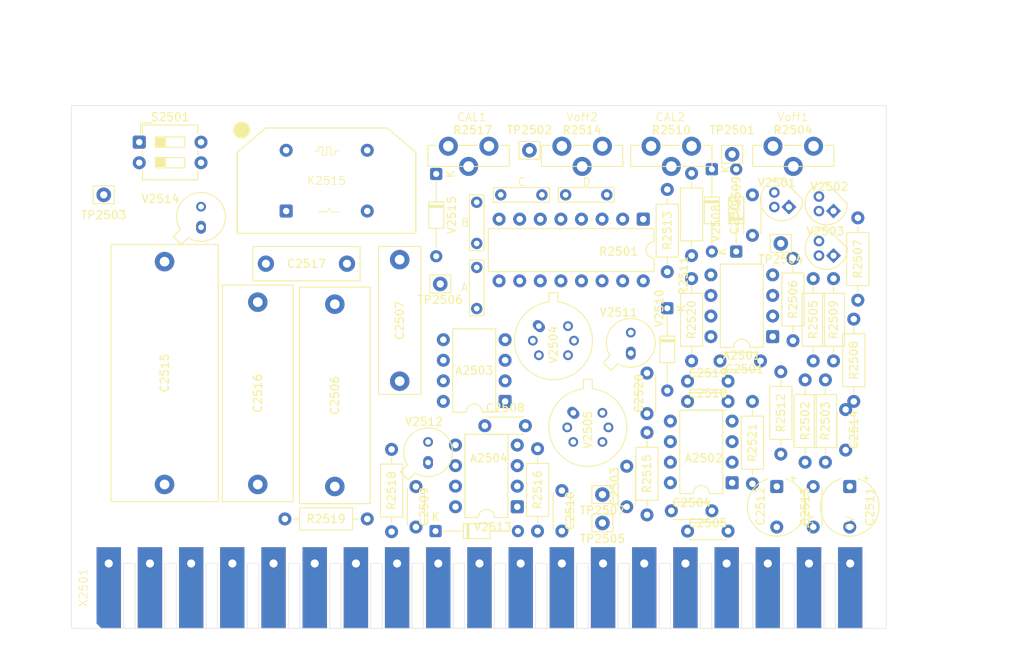
<source format=kicad_pcb>
(kicad_pcb (version 20241229) (generator "pcbnew") (generator_version "9.0")
  (title_block (title "Philips PM2528 N25 (RMS Converter)") (date "2025-07-06") (rev "1.0"))
  (layers (0 "F.Cu" signal) (2 "B.Cu" signal) (13 "F.Paste" user) (15 "B.Paste" user) (5 "F.SilkS" user "F.Silkscreen") (7 "B.SilkS" user "B.Silkscreen") (1 "F.Mask" user) (3 "B.Mask" user) (25 "Edge.Cuts" user))
  (net 0 "")
  (net 1 "Net-(V2501-B)")
  (net 2 "Net-(A2501-CompenB)")
  (net 3 "-15V")
  (net 4 "Net-(A2501-CompenA)")
  (net 5 "Net-(A2501--)")
  (net 6 "+15V")
  (net 7 "Net-(A2501-+)")
  (net 9 "Net-(A2502--)")
  (net 12 "Net-(A2502-+)")
  (net 13 "GND4")
  (net 14 "Net-(S2501A-B)")
  (net 15 "Net-(A2503-CompenB)")
  (net 16 "Net-(A2503--)")
  (net 17 "Net-(A2503-CompenA)")
  (net 19 "Net-(A2504--)")
  (net 20 "Net-(A2504-CompenB)")
  (net 21 "Net-(V2512-A)")
  (net 22 "GND6")
  (net 23 "GND3")
  (net 24 "Net-(JP2501-A)")
  (net 25 "/D1703.22")
  (net 26 "Net-(JP2501-B)")
  (net 27 "/OUT")
  (net 28 "GND5")
  (net 29 "Net-(JP2502-B)")
  (net 30 "Net-(JP2503-B)")
  (net 31 "Net-(JP2504-B)")
  (net 34 "/IN")
  (net 35 "+5V")
  (net 37 "Net-(R2501-Pad1)")
  (net 40 "Net-(R2501-Pad3)")
  (net 42 "Net-(K2515-Pad1)")
  (net 43 "Net-(C2515-Pad2)")
  (net 46 "Net-(V2504B-E)")
  (net 47 "Net-(V2504A-E)")
  (net 48 "Net-(V2505A-E)")
  (net 49 "Net-(R2503-Pad1)")
  (net 50 "Net-(R2513-Pad1)")
  (net 51 "Net-(V2514-K)")
  (net 52 "Net-(S2501A-A)")
  (net 53 "Net-(S2501B-B)")
  (net 54 "Net-(V2501-E)")
  (net 55 "Net-(V2501-C)")
  (net 56 "Net-(V2502-B)")
  (net 57 "Net-(V2503-E)")
  (net 58 "Net-(V2513-K)")
  (net 59 "Net-(V2508-K)")
  (net 60 "Net-(V2509-A)")
  (net 61 "Net-(V2502-C)")
  (net 62 "Net-(C2519-Pad1)")
  (net 63 "Net-(C2518-Pad1)")
  (net 64 "Net-(V2511-A)")
  (footprint "Capacitor_THT:C_Disc_D4.3mm_W1.9mm_P5.00mm" (layer "F.Cu") (at 171.5 93.5)
    (property "Reference" "C2501" (at 3 1 0) (layer "F.SilkS"))
    (property "Value" "22p")
    (pad "1" thru_hole circle (at 0 0) (size 1.6 1.6) (drill 0.8) (layers "*.Cu" "*.Mask") (net 2 "Net-(A2501-CompenB)"))
    (pad "2" thru_hole circle (at 5 0) (size 1.6 1.6) (drill 0.8) (layers "*.Cu" "*.Mask") (net 4 "Net-(A2501-CompenA)"))
  )
  (footprint "Resistor_THT:R_Axial_DIN0207_L6.3mm_D2.5mm_P10.16mm_Horizontal" (layer "F.Cu") (at 188 98.5 90)
    (property "Reference" "R2508" (at 5.08 0 90) (layer "F.SilkS"))
    (property "Value" "7k87")
    (pad "1" thru_hole circle (at 0 0 90) (size 1.6 1.6) (drill 0.8) (layers "*.Cu" "*.Mask") (net 23 "GND3"))
    (pad "2" thru_hole circle (at 10.16 0 90) (size 1.6 1.6) (drill 0.8) (layers "*.Cu" "*.Mask") (net 56 "Net-(V2502-B)"))
  )
  (footprint "Resistor_THT:R_Axial_DIN0207_L6.3mm_D2.5mm_P10.16mm_Horizontal" (layer "F.Cu") (at 149 114.5 90)
    (property "Reference" "R2516" (at 5.08 0 90) (layer "F.SilkS"))
    (property "Value" "4k02")
    (pad "1" thru_hole circle (at 0 0 90) (size 1.6 1.6) (drill 0.8) (layers "*.Cu" "*.Mask") (net 58 "Net-(V2513-K)"))
    (pad "2" thru_hole circle (at 10.16 0 90) (size 1.6 1.6) (drill 0.8) (layers "*.Cu" "*.Mask") (net 21 "Net-(V2512-A)"))
  )
  (footprint "PM2528:Trimmer vertical" (layer "F.Cu") (at 157 67 -90)
    (property "Reference" "R2514" (at -2 2.5 0) (layer "F.SilkS"))
    (property "Value" "47k")
    (pad "1" thru_hole circle (at 0 0 270) (size 2.34 2.34) (drill 1.3) (layers "*.Cu" "*.Mask") (net 6 "+15V"))
    (pad "2" thru_hole circle (at 2.5 2.5 270) (size 2.34 2.34) (drill 1.3) (layers "*.Cu" "*.Mask") (net 50 "Net-(R2513-Pad1)"))
    (pad "3" thru_hole circle (at 0 5 270) (size 2.34 2.34) (drill 1.3) (layers "*.Cu" "*.Mask") (net 3 "-15V"))
  )
  (footprint "TestPoint:TestPoint_Bridge_Pitch5.08mm_Drill0.7mm" (layer "F.Cu") (at 141.5 79 90)
    (property "Reference" "JP2502" (hide yes))
    (property "Value" "B")
    (pad "1" thru_hole circle (at 0 0 90) (size 1.4 1.4) (drill 0.7) (layers "*.Cu" "*.Mask") (net 26 "Net-(JP2501-B)"))
    (pad "1" thru_hole circle (at 5.08 0 90) (size 1.4 1.4) (drill 0.7) (layers "*.Cu" "*.Mask") (net 26 "Net-(JP2501-B)"))
  )
  (footprint "Connector_Pin:Pin_D0.9mm_L10.0mm_W2.4mm_FlatFork" (layer "F.Cu") (at 148 67.5)
    (property "Reference" "TP2502" (at 0 -2.5 0) (layer "F.SilkS"))
    (property "Value" "~")
    (pad "1" thru_hole circle (at 0 0) (size 1.8 1.8) (drill 0.9) (layers "*.Cu" "*.Mask") (net 14 "Net-(S2501A-B)"))
  )
  (footprint "Capacitor_THT:CP_Radial_Tantal_D7.0mm_P5.00mm" (layer "F.Cu") (at 187.5 109 -90)
    (property "Reference" "C2511" (at 2.5 -2.5 90) (layer "F.SilkS"))
    (property "Value" "6u8")
    (pad "1" thru_hole roundrect (at 0 0 270) (size 1.6 1.6) (drill 0.8) (layers "*.Cu" "*.Mask") (roundrect_rratio 0.15625) (net 6 "+15V"))
    (pad "2" thru_hole circle (at 5 0 270) (size 1.6 1.6) (drill 0.8) (layers "*.Cu" "*.Mask") (net 23 "GND3"))
  )
  (footprint "Resistor_THT:R_Axial_DIN0207_L6.3mm_D2.5mm_P10.16mm_Horizontal" (layer "F.Cu") (at 175.5 108.66 90)
    (property "Reference" "R2521" (at 5.08 0 90) (layer "F.SilkS"))
    (property "Value" "33M")
    (pad "1" thru_hole circle (at 0 0 90) (size 1.6 1.6) (drill 0.8) (layers "*.Cu" "*.Mask") (net 34 "/IN"))
    (pad "2" thru_hole circle (at 10.16 0 90) (size 1.6 1.6) (drill 0.8) (layers "*.Cu" "*.Mask") (net 62 "Net-(C2519-Pad1)"))
  )
  (footprint "Package_DIP:DIP-8_W7.62mm" (layer "F.Cu") (at 178 90.5 180)
    (property "Reference" "A2501" (at 3.81 -2.33 0) (layer "F.SilkS"))
    (property "Value" "LM308AN")
    (pad "1" thru_hole roundrect (at 0 0 180) (size 1.6 1.6) (drill 0.8) (layers "*.Cu" "*.Mask") (roundrect_rratio 0.15625) (net 4 "Net-(A2501-CompenA)"))
    (pad "2" thru_hole circle (at 0 2.54 180) (size 1.6 1.6) (drill 0.8) (layers "*.Cu" "*.Mask") (net 5 "Net-(A2501--)"))
    (pad "3" thru_hole circle (at 0 5.08 180) (size 1.6 1.6) (drill 0.8) (layers "*.Cu" "*.Mask") (net 7 "Net-(A2501-+)"))
    (pad "4" thru_hole circle (at 0 7.62 180) (size 1.6 1.6) (drill 0.8) (layers "*.Cu" "*.Mask") (net 3 "-15V"))
    (pad "5" thru_hole circle (at 7.62 7.62 180) (size 1.6 1.6) (drill 0.8) (layers "*.Cu" "*.Mask"))
    (pad "6" thru_hole circle (at 7.62 5.08 180) (size 1.6 1.6) (drill 0.8) (layers "*.Cu" "*.Mask") (net 1 "Net-(V2501-B)"))
    (pad "7" thru_hole circle (at 7.62 2.54 180) (size 1.6 1.6) (drill 0.8) (layers "*.Cu" "*.Mask") (net 6 "+15V"))
    (pad "8" thru_hole circle (at 7.62 0 180) (size 1.6 1.6) (drill 0.8) (layers "*.Cu" "*.Mask") (net 2 "Net-(A2501-CompenB)"))
  )
  (footprint "Capacitor_THT:C_Disc_D4.3mm_W1.9mm_P5.00mm" (layer "F.Cu") (at 175.5 78 90)
    (property "Reference" "C2502" (at 2.5 -2.2 90) (layer "F.SilkS"))
    (property "Value" "470p")
    (pad "1" thru_hole circle (at 0 0 90) (size 1.6 1.6) (drill 0.8) (layers "*.Cu" "*.Mask") (net 56 "Net-(V2502-B)"))
    (pad "2" thru_hole circle (at 5 0 90) (size 1.6 1.6) (drill 0.8) (layers "*.Cu" "*.Mask") (net 5 "Net-(A2501--)"))
  )
  (footprint "Resistor_THT:R_Axial_DIN0207_L6.3mm_D2.5mm_P10.16mm_Horizontal" (layer "F.Cu") (at 184.5 106 90)
    (property "Reference" "R2503" (at 5.08 0 90) (layer "F.SilkS"))
    (property "Value" "301k")
    (pad "1" thru_hole circle (at 0 0 90) (size 1.6 1.6) (drill 0.8) (layers "*.Cu" "*.Mask") (net 49 "Net-(R2503-Pad1)"))
    (pad "2" thru_hole circle (at 10.16 0 90) (size 1.6 1.6) (drill 0.8) (layers "*.Cu" "*.Mask") (net 7 "Net-(A2501-+)"))
  )
  (footprint "Capacitor_THT:C_Disc_D4.3mm_W1.9mm_P5.00mm" (layer "F.Cu") (at 183 114 90)
    (property "Reference" "C2513" (at 2.5 -1 90) (layer "F.SilkS"))
    (property "Value" "22n")
    (pad "1" thru_hole circle (at 0 0 90) (size 1.6 1.6) (drill 0.8) (layers "*.Cu" "*.Mask") (net 6 "+15V"))
    (pad "2" thru_hole circle (at 5 0 90) (size 1.6 1.6) (drill 0.8) (layers "*.Cu" "*.Mask") (net 23 "GND3"))
  )
  (footprint "PM2528:Trimmer vertical" (layer "F.Cu") (at 168 67 -90)
    (property "Reference" "R2510" (at -2 2.5 0) (layer "F.SilkS"))
    (property "Value" "1K")
    (pad "1" thru_hole circle (at 0 0 270) (size 2.34 2.34) (drill 1.3) (layers "*.Cu" "*.Mask") (net 40 "Net-(R2501-Pad3)"))
    (pad "2" thru_hole circle (at 2.5 2.5 270) (size 2.34 2.34) (drill 1.3) (layers "*.Cu" "*.Mask") (net 5 "Net-(A2501--)"))
    (pad "3" thru_hole circle (at 0 5 270) (size 2.34 2.34) (drill 1.3) (layers "*.Cu" "*.Mask") (net 37 "Net-(R2501-Pad1)"))
  )
  (footprint "Package_DIP:DIP-8_W7.62mm" (layer "F.Cu") (at 173 108.54 180)
    (property "Reference" "A2502" (at 3.5 3.04 0) (layer "F.SilkS"))
    (property "Value" "LF356BN")
    (pad "1" thru_hole roundrect (at 0 0 180) (size 1.6 1.6) (drill 0.8) (layers "*.Cu" "*.Mask") (roundrect_rratio 0.15625))
    (pad "2" thru_hole circle (at 0 2.54 180) (size 1.6 1.6) (drill 0.8) (layers "*.Cu" "*.Mask") (net 9 "Net-(A2502--)"))
    (pad "3" thru_hole circle (at 0 5.08 180) (size 1.6 1.6) (drill 0.8) (layers "*.Cu" "*.Mask") (net 12 "Net-(A2502-+)"))
    (pad "4" thru_hole circle (at 0 7.62 180) (size 1.6 1.6) (drill 0.8) (layers "*.Cu" "*.Mask") (net 3 "-15V"))
    (pad "5" thru_hole circle (at 7.62 7.62 180) (size 1.6 1.6) (drill 0.8) (layers "*.Cu" "*.Mask"))
    (pad "6" thru_hole circle (at 7.62 5.08 180) (size 1.6 1.6) (drill 0.8) (layers "*.Cu" "*.Mask") (net 64 "Net-(V2511-A)"))
    (pad "7" thru_hole circle (at 7.62 2.54 180) (size 1.6 1.6) (drill 0.8) (layers "*.Cu" "*.Mask") (net 6 "+15V"))
    (pad "8" thru_hole circle (at 7.62 0 180) (size 1.6 1.6) (drill 0.8) (layers "*.Cu" "*.Mask"))
  )
  (footprint "Connector_Pin:Pin_D0.9mm_L10.0mm_W2.4mm_FlatFork" (layer "F.Cu") (at 137 84)
    (property "Reference" "TP2506" (at 0 1.95 0) (layer "F.SilkS"))
    (property "Value" "0V")
    (pad "1" thru_hole circle (at 0 0) (size 1.8 1.8) (drill 0.9) (layers "*.Cu" "*.Mask") (net 23 "GND3"))
  )
  (footprint "Capacitor_THT:C_Disc_D4.3mm_W1.9mm_P5.00mm" (layer "F.Cu") (at 142.5 101.5)
    (property "Reference" "C2508" (at 2.5 -2.2 0) (layer "F.SilkS"))
    (property "Value" "10p")
    (pad "1" thru_hole circle (at 0 0) (size 1.6 1.6) (drill 0.8) (layers "*.Cu" "*.Mask") (net 15 "Net-(A2503-CompenB)"))
    (pad "2" thru_hole circle (at 5 0) (size 1.6 1.6) (drill 0.8) (layers "*.Cu" "*.Mask") (net 17 "Net-(A2503-CompenA)"))
  )
  (footprint "Capacitor_THT:C_Disc_D4.3mm_W1.9mm_P5.00mm" (layer "F.Cu") (at 167.5 114.5)
    (property "Reference" "C2505" (at 2.5 -1 0) (layer "F.SilkS"))
    (property "Value" "10n")
    (pad "1" thru_hole circle (at 0 0) (size 1.6 1.6) (drill 0.8) (layers "*.Cu" "*.Mask") (net 23 "GND3"))
    (pad "2" thru_hole circle (at 5 0) (size 1.6 1.6) (drill 0.8) (layers "*.Cu" "*.Mask") (net 3 "-15V"))
  )
  (footprint "Package_TO_SOT_THT:TO-92" (layer "F.Cu") (at 185.5 80.5 135)
    (property "Reference" "V2503" (at 2.828427 1.414214 0) (layer "F.SilkS"))
    (property "Value" "BC559B")
    (pad "1" thru_hole rect (at 0 0 135) (size 1.3 1.3) (drill 0.75) (layers "*.Cu" "*.Mask") (net 61 "Net-(V2502-C)"))
    (pad "2" thru_hole circle (at 1.27 -1.27 135) (size 1.3 1.3) (drill 0.75) (layers "*.Cu" "*.Mask") (net 55 "Net-(V2501-C)"))
    (pad "3" thru_hole circle (at 2.54 0 135) (size 1.3 1.3) (drill 0.75) (layers "*.Cu" "*.Mask") (net 57 "Net-(V2503-E)"))
  )
  (footprint "Package_DIP:DIP-16_W7.62mm" (layer "F.Cu") (at 162.04 76 -90)
    (property "Reference" "R2501" (at 4 3.04 180) (layer "F.SilkS"))
    (property "Value" "OM529")
    (pad "1" thru_hole roundrect (at 0 0 270) (size 1.6 1.6) (drill 0.8) (layers "*.Cu" "*.Mask") (roundrect_rratio 0.15625) (net 37 "Net-(R2501-Pad1)"))
    (pad "2" thru_hole circle (at 0 2.54 270) (size 1.6 1.6) (drill 0.8) (layers "*.Cu" "*.Mask") (net 60 "Net-(V2509-A)"))
    (pad "3" thru_hole circle (at 0 5.08 270) (size 1.6 1.6) (drill 0.8) (layers "*.Cu" "*.Mask") (net 40 "Net-(R2501-Pad3)"))
    (pad "4" thru_hole circle (at 0 7.62 270) (size 1.6 1.6) (drill 0.8) (layers "*.Cu" "*.Mask") (net 31 "Net-(JP2504-B)"))
    (pad "5" thru_hole circle (at 0 10.16 270) (size 1.6 1.6) (drill 0.8) (layers "*.Cu" "*.Mask") (net 30 "Net-(JP2503-B)"))
    (pad "6" thru_hole circle (at 0 12.7 270) (size 1.6 1.6) (drill 0.8) (layers "*.Cu" "*.Mask") (net 29 "Net-(JP2502-B)"))
    (pad "7" thru_hole circle (at 0 15.24 270) (size 1.6 1.6) (drill 0.8) (layers "*.Cu" "*.Mask") (net 26 "Net-(JP2501-B)"))
    (pad "8" thru_hole circle (at 0 17.78 270) (size 1.6 1.6) (drill 0.8) (layers "*.Cu" "*.Mask") (net 24 "Net-(JP2501-A)"))
    (pad "9" thru_hole circle (at 7.62 17.78 270) (size 1.6 1.6) (drill 0.8) (layers "*.Cu" "*.Mask") (net 42 "Net-(K2515-Pad1)"))
    (pad "10" thru_hole circle (at 7.62 15.24 270) (size 1.6 1.6) (drill 0.8) (layers "*.Cu" "*.Mask") (net 27 "/OUT"))
    (pad "11" thru_hole circle (at 7.62 12.7 270) (size 1.6 1.6) (drill 0.8) (layers "*.Cu" "*.Mask") (net 43 "Net-(C2515-Pad2)"))
    (pad "12" thru_hole circle (at 7.62 10.16 270) (size 1.6 1.6) (drill 0.8) (layers "*.Cu" "*.Mask") (net 14 "Net-(S2501A-B)"))
    (pad "13" thru_hole circle (at 7.62 7.62 270) (size 1.6 1.6) (drill 0.8) (layers "*.Cu" "*.Mask") (net 16 "Net-(A2503--)"))
    (pad "14" thru_hole circle (at 7.62 5.08 270) (size 1.6 1.6) (drill 0.8) (layers "*.Cu" "*.Mask") (net 59 "Net-(V2508-K)"))
    (pad "15" thru_hole circle (at 7.62 2.54 270) (size 1.6 1.6) (drill 0.8) (layers "*.Cu" "*.Mask") (net 9 "Net-(A2502--)"))
    (pad "16" thru_hole circle (at 7.62 0 270) (size 1.6 1.6) (drill 0.8) (layers "*.Cu" "*.Mask") (net 34 "/IN"))
  )
  (footprint "Capacitor_THT:C_Rect_L31.5mm_W13.0mm_P27.50mm_MKS4" (layer "F.Cu") (at 103 108.75 90)
    (property "Reference" "C2515" (at 13.75 0 90) (layer "F.SilkS"))
    (property "Value" "6u8")
    (pad "1" thru_hole circle (at 0 0 90) (size 2.4 2.4) (drill 1.2) (layers "*.Cu" "*.Mask") (net 53 "Net-(S2501B-B)"))
    (pad "2" thru_hole circle (at 27.5 0 90) (size 2.4 2.4) (drill 1.2) (layers "*.Cu" "*.Mask") (net 43 "Net-(C2515-Pad2)"))
  )
  (footprint "Connector_Pin:Pin_D0.9mm_L10.0mm_W2.4mm_FlatFork" (layer "F.Cu") (at 95.5 73)
    (property "Reference" "TP2503" (at 0 2.5 0) (layer "F.SilkS"))
    (property "Value" "OUT")
    (pad "1" thru_hole circle (at 0 0) (size 1.8 1.8) (drill 0.9) (layers "*.Cu" "*.Mask") (net 27 "/OUT"))
  )
  (footprint "Capacitor_THT:C_Rect_L18.0mm_W5.0mm_P15.00mm_FKS3_FKP3" (layer "F.Cu") (at 132 96 90)
    (property "Reference" "C2507" (at 7.5 0 90) (layer "F.SilkS"))
    (property "Value" "330n")
    (pad "1" thru_hole circle (at 0 0 90) (size 2.4 2.4) (drill 1.2) (layers "*.Cu" "*.Mask") (net 16 "Net-(A2503--)"))
    (pad "2" thru_hole circle (at 15 0 90) (size 2.4 2.4) (drill 1.2) (layers "*.Cu" "*.Mask") (net 14 "Net-(S2501A-B)"))
  )
  (footprint "Capacitor_THT:C_Rect_L26.5mm_W8.5mm_P22.50mm_MKS4" (layer "F.Cu") (at 114.5 108.75 90)
    (property "Reference" "C2516" (at 11.25 0 90) (layer "F.SilkS"))
    (property "Value" "2u2")
    (pad "1" thru_hole circle (at 0 0 90) (size 2.4 2.4) (drill 1.2) (layers "*.Cu" "*.Mask") (net 53 "Net-(S2501B-B)"))
    (pad "2" thru_hole circle (at 22.5 0 90) (size 2.4 2.4) (drill 1.2) (layers "*.Cu" "*.Mask") (net 27 "/OUT"))
  )
  (footprint "Capacitor_THT:C_Disc_D4.3mm_W1.9mm_P5.00mm" (layer "F.Cu") (at 167.5 96)
    (property "Reference" "C2519" (at 2.5 -1 0) (layer "F.SilkS"))
    (property "Value" "2n2")
    (pad "1" thru_hole circle (at 0 0) (size 1.6 1.6) (drill 0.8) (layers "*.Cu" "*.Mask") (net 62 "Net-(C2519-Pad1)"))
    (pad "2" thru_hole circle (at 5 0) (size 1.6 1.6) (drill 0.8) (layers "*.Cu" "*.Mask") (net 9 "Net-(A2502--)"))
  )
  (footprint "Capacitor_THT:C_Disc_D4.3mm_W1.9mm_P5.00mm" (layer "F.Cu") (at 160 111.5 90)
    (property "Reference" "C2503" (at 2.5 -1.5 90) (layer "F.SilkS"))
    (property "Value" "100p")
    (pad "1" thru_hole circle (at 0 0 90) (size 1.6 1.6) (drill 0.8) (layers "*.Cu" "*.Mask") (net 64 "Net-(V2511-A)"))
    (pad "2" thru_hole circle (at 5 0 90) (size 1.6 1.6) (drill 0.8) (layers "*.Cu" "*.Mask") (net 48 "Net-(V2505A-E)"))
  )
  (footprint "Diode_THT:D_DO-34_SOD68_P10.16mm_Horizontal" (layer "F.Cu") (at 170.5 69.84 -90)
    (property "Reference" "V2508" (at 6.66 -0.5 270) (layer "F.SilkS"))
    (property "Value" "BAW62")
    (fp_text user "K" (at 0 -1.75 270) (layer "F.SilkS"))
    (pad "1" thru_hole roundrect (at 0 0 270) (size 1.5 1.5) (drill 0.75) (layers "*.Cu" "*.Mask") (roundrect_rratio 0.166667) (net 59 "Net-(V2508-K)"))
    (pad "2" thru_hole circle (at 10.16 0 270) (size 1.5 1.5) (drill 0.75) (layers "*.Cu" "*.Mask") (net 61 "Net-(V2502-C)"))
  )
  (footprint "Package_TO_SOT_THT:TO-18-2" (layer "F.Cu") (at 135.5 106.04 90)
    (property "Reference" "V2512" (at 5.04 -0.5 180) (layer "F.SilkS"))
    (property "Value" "BAV45")
    (pad "1" thru_hole oval (at 0 0 90) (size 1.6 1.2) (drill 0.7) (layers "*.Cu" "*.Mask") (net 19 "Net-(A2504--)"))
    (pad "2" thru_hole circle (at 2.54 0 90) (size 1.2 1.2) (drill 0.7) (layers "*.Cu" "*.Mask") (net 21 "Net-(V2512-A)"))
  )
  (footprint "Package_TO_SOT_THT:TO-18-2" (layer "F.Cu") (at 160.5 92.54 90)
    (property "Reference" "V2511" (at 5.04 -1.5 180) (layer "F.SilkS"))
    (property "Value" "BAV45")
    (pad "1" thru_hole oval (at 0 0 90) (size 1.6 1.2) (drill 0.7) (layers "*.Cu" "*.Mask") (net 9 "Net-(A2502--)"))
    (pad "2" thru_hole circle (at 2.54 0 90) (size 1.2 1.2) (drill 0.7) (layers "*.Cu" "*.Mask") (net 64 "Net-(V2511-A)"))
  )
  (footprint "Resistor_THT:R_Axial_DIN0207_L6.3mm_D2.5mm_P10.16mm_Horizontal" (layer "F.Cu") (at 179 105 90)
    (property "Reference" "R2512" (at 5.08 0 90) (layer "F.SilkS"))
    (property "Value" "115")
    (pad "1" thru_hole circle (at 0 0 90) (size 1.6 1.6) (drill 0.8) (layers "*.Cu" "*.Mask") (net 13 "GND4"))
    (pad "2" thru_hole circle (at 10.16 0 90) (size 1.6 1.6) (drill 0.8) (layers "*.Cu" "*.Mask") (net 12 "Net-(A2502-+)"))
  )
  (footprint "Connector_Pin:Pin_D0.9mm_L10.0mm_W2.4mm_FlatFork" (layer "F.Cu") (at 179 79)
    (property "Reference" "TP2504" (at 0 1.95 0) (layer "F.SilkS"))
    (property "Value" "~")
    (pad "1" thru_hole circle (at 0 0) (size 1.8 1.8) (drill 0.9) (layers "*.Cu" "*.Mask") (net 59 "Net-(V2508-K)"))
  )
  (footprint "Capacitor_THT:C_Disc_D4.3mm_W1.9mm_P5.00mm" (layer "F.Cu") (at 134 114 90)
    (property "Reference" "C2509" (at 2.5 1 90) (layer "F.SilkS"))
    (property "Value" "100p")
    (pad "1" thru_hole circle (at 0 0 90) (size 1.6 1.6) (drill 0.8) (layers "*.Cu" "*.Mask") (net 20 "Net-(A2504-CompenB)"))
    (pad "2" thru_hole circle (at 5 0 90) (size 1.6 1.6) (drill 0.8) (layers "*.Cu" "*.Mask") (net 28 "GND5"))
  )
  (footprint "PM2528:Reed relay assy" (layer "F.Cu") (at 118 75.1 90)
    (property "Reference" "K2515" (at 3.85 4.975 0) (layer "F.SilkS") (effects (font (thickness 0.1))))
    (property "Value" "~" (hide yes))
    (pad "1" thru_hole roundrect (at 0.1 0 90) (size 1.6 1.6) (drill 0.8) (layers "*.Cu" "*.Mask") (roundrect_rratio 0.15625) (net 42 "Net-(K2515-Pad1)"))
    (pad "5" thru_hole circle (at 0.1 10 90) (size 1.6 1.6) (drill 0.8) (layers "*.Cu" "*.Mask") (net 28 "GND5"))
    (pad "6" thru_hole circle (at 7.6 10 90) (size 1.6 1.6) (drill 0.8) (layers "*.Cu" "*.Mask") (net 22 "GND6"))
    (pad "10" thru_hole circle (at 7.6 0 90) (size 1.6 1.6) (drill 0.8) (layers "*.Cu" "*.Mask") (net 25 "/D1703.22"))
  )
  (footprint "Resistor_THT:R_Axial_DIN0207_L6.3mm_D2.5mm_P10.16mm_Horizontal" (layer "F.Cu") (at 168 93.5 90)
    (property "Reference" "R2520" (at 5.08 0 90) (layer "F.SilkS"))
    (property "Value" "5M6")
    (pad "1" thru_hole circle (at 0 0 90) (size 1.6 1.6) (drill 0.8) (layers "*.Cu" "*.Mask") (net 37 "Net-(R2501-Pad1)"))
    (pad "2" thru_hole circle (at 10.16 0 90) (size 1.6 1.6) (drill 0.8) (layers "*.Cu" "*.Mask") (net 63 "Net-(C2518-Pad1)"))
  )
  (footprint "Resistor_THT:R_Axial_DIN0207_L6.3mm_D2.5mm_P10.16mm_Horizontal" (layer "F.Cu") (at 128 113 180)
    (property "Reference" "R2519" (at 5.08 0 0) (layer "F.SilkS"))
    (property "Value" "3k01")
    (pad "1" thru_hole circle (at 0 0 180) (size 1.6 1.6) (drill 0.8) (layers "*.Cu" "*.Mask") (net 23 "GND3"))
    (pad "2" thru_hole circle (at 10.16 0 180) (size 1.6 1.6) (drill 0.8) (layers "*.Cu" "*.Mask") (net 51 "Net-(V2514-K)"))
  )
  (footprint "Connector_Pin:Pin_D0.9mm_L10.0mm_W2.4mm_FlatFork" (layer "F.Cu") (at 157 113.5)
    (property "Reference" "TP2505" (at 0 1.95 0) (layer "F.SilkS"))
    (property "Value" "IN")
    (pad "1" thru_hole circle (at 0 0) (size 1.8 1.8) (drill 0.9) (layers "*.Cu" "*.Mask") (net 34 "/IN"))
  )
  (footprint "TestPoint:TestPoint_Bridge_Pitch5.08mm_Drill0.7mm" (layer "F.Cu") (at 152.46 73)
    (property "Reference" "JP2504" (hide yes))
    (property "Value" "D")
    (pad "1" thru_hole circle (at 0 0) (size 1.4 1.4) (drill 0.7) (layers "*.Cu" "*.Mask") (net 30 "Net-(JP2503-B)"))
    (pad "1" thru_hole circle (at 5.08 0) (size 1.4 1.4) (drill 0.7) (layers "*.Cu" "*.Mask") (net 30 "Net-(JP2503-B)"))
  )
  (footprint "Button_Switch_THT:SW_DIP_SPSTx02_Slide_6.7x6.64mm_W7.62mm_P2.54mm_LowProfile" (layer "F.Cu") (at 99.88 66.5)
    (property "Reference" "S2501" (at 3.81 -3.11 0) (layer "F.SilkS"))
    (property "Value" "SW_DPST_x2")
    (pad "1" thru_hole roundrect (at 0 0) (size 1.6 1.6) (drill 0.8) (layers "*.Cu" "*.Mask") (roundrect_rratio 0.15625) (net 52 "Net-(S2501A-A)"))
    (pad "2" thru_hole circle (at 0 2.54) (size 1.6 1.6) (drill 0.8) (layers "*.Cu" "*.Mask") (net 14 "Net-(S2501A-B)"))
    (pad "3" thru_hole circle (at 7.62 2.54) (size 1.6 1.6) (drill 0.8) (layers "*.Cu" "*.Mask") (net 28 "GND5"))
    (pad "4" thru_hole circle (at 7.62 0) (size 1.6 1.6) (drill 0.8) (layers "*.Cu" "*.Mask") (net 53 "Net-(S2501B-B)"))
  )
  (footprint "Resistor_THT:R_Axial_DIN0207_L6.3mm_D2.5mm_P10.16mm_Horizontal" (layer "F.Cu") (at 183 93.5 90)
    (property "Reference" "R2505" (at 5.08 0 90) (layer "F.SilkS"))
    (property "Value" "750")
    (pad "1" thru_hole circle (at 0 0 90) (size 1.6 1.6) (drill 0.8) (layers "*.Cu" "*.Mask") (net 55 "Net-(V2501-C)"))
    (pad "2" thru_hole circle (at 10.16 0 90) (size 1.6 1.6) (drill 0.8) (layers "*.Cu" "*.Mask") (net 6 "+15V"))
  )
  (footprint "Diode_THT:D_DO-34_SOD68_P10.16mm_Horizontal" (layer "F.Cu") (at 136.5 70.42 -90)
    (property "Reference" "V2515" (at 5.08 -1.92 270) (layer "F.SilkS"))
    (property "Value" "BAX12A")
    (fp_text user "K" (at 0 -1.75 270) (layer "F.SilkS"))
    (pad "1" thru_hole roundrect (at 0 0 270) (size 1.5 1.5) (drill 0.75) (layers "*.Cu" "*.Mask") (roundrect_rratio 0.166667) (net 22 "GND6"))
    (pad "2" thru_hole circle (at 10.16 0 270) (size 1.5 1.5) (drill 0.75) (layers "*.Cu" "*.Mask") (net 25 "/D1703.22"))
  )
  (footprint "Capacitor_THT:C_Disc_D4.3mm_W1.9mm_P5.00mm" (layer "F.Cu") (at 152 114.5 90)
    (property "Reference" "C2510" (at 2.5 1 90) (layer "F.SilkS"))
    (property "Value" "470p")
    (pad "1" thru_hole circle (at 0 0 90) (size 1.6 1.6) (drill 0.8) (layers "*.Cu" "*.Mask") (net 21 "Net-(V2512-A)"))
    (pad "2" thru_hole circle (at 5 0 90) (size 1.6 1.6) (drill 0.8) (layers "*.Cu" "*.Mask") (net 19 "Net-(A2504--)"))
  )
  (footprint "Capacitor_THT:C_Disc_D4.3mm_W1.9mm_P5.00mm" (layer "F.Cu") (at 162.5 100 90)
    (property "Reference" "C2520" (at 2.5 -1 90) (layer "F.SilkS"))
    (property "Value" "18p")
    (pad "1" thru_hole circle (at 0 0 90) (size 1.6 1.6) (drill 0.8) (layers "*.Cu" "*.Mask") (net 9 "Net-(A2502--)"))
    (pad "2" thru_hole circle (at 5 0 90) (size 1.6 1.6) (drill 0.8) (layers "*.Cu" "*.Mask") (net 64 "Net-(V2511-A)"))
  )
  (footprint "PM2528:Trimmer vertical" (layer "F.Cu") (at 143 67 -90)
    (property "Reference" "R2517" (at -2 2 0) (layer "F.SilkS"))
    (property "Value" "330")
    (pad "1" thru_hole circle (at 0 0 270) (size 2.34 2.34) (drill 1.3) (layers "*.Cu" "*.Mask") (net 19 "Net-(A2504--)"))
    (pad "2" thru_hole circle (at 2.5 2.5 270) (size 2.34 2.34) (drill 1.3) (layers "*.Cu" "*.Mask") (net 19 "Net-(A2504--)"))
    (pad "3" thru_hole circle (at 0 5 270) (size 2.34 2.34) (drill 1.3) (layers "*.Cu" "*.Mask") (net 24 "Net-(JP2501-A)"))
  )
  (footprint "Resistor_THT:R_Axial_DIN0207_L6.3mm_D2.5mm_P10.16mm_Horizontal" (layer "F.Cu") (at 180.5 91 90)
    (property "Reference" "R2506" (at 5.08 0 90) (layer "F.SilkS"))
    (property "Value" "590")
    (pad "1" thru_hole circle (at 0 0 90) (size 1.6 1.6) (drill 0.8) (layers "*.Cu" "*.Mask") (net 57 "Net-(V2503-E)"))
    (pad "2" thru_hole circle (at 10.16 0 90) (size 1.6 1.6) (drill 0.8) (layers "*.Cu" "*.Mask") (net 6 "+15V"))
  )
  (footprint "Capacitor_THT:C_Disc_D4.3mm_W1.9mm_P5.00mm" (layer "F.Cu") (at 165.5 112)
    (property "Reference" "C2504" (at 2.5 -1 0) (layer "F.SilkS"))
    (property "Value" "10n")
    (pad "1" thru_hole circle (at 0 0) (size 1.6 1.6) (drill 0.8) (layers "*.Cu" "*.Mask") (net 6 "+15V"))
    (pad "2" thru_hole circle (at 5 0) (size 1.6 1.6) (drill 0.8) (layers "*.Cu" "*.Mask") (net 23 "GND3"))
  )
  (footprint "Package_DIP:DIP-8_W7.62mm" (layer "F.Cu") (at 145 98.5 180)
    (property "Reference" "A2503" (at 3.805 3.81 0) (layer "F.SilkS"))
    (property "Value" "LM308AN")
    (pad "1" thru_hole roundrect (at 0 0 180) (size 1.6 1.6) (drill 0.8) (layers "*.Cu" "*.Mask") (roundrect_rratio 0.15625) (net 17 "Net-(A2503-CompenA)"))
    (pad "2" thru_hole circle (at 0 2.54 180) (size 1.6 1.6) (drill 0.8) (layers "*.Cu" "*.Mask") (net 16 "Net-(A2503--)"))
    (pad "3" thru_hole circle (at 0 5.08 180) (size 1.6 1.6) (drill 0.8) (layers "*.Cu" "*.Mask") (net 13 "GND4"))
    (pad "4" thru_hole circle (at 0 7.62 180) (size 1.6 1.6) (drill 0.8) (layers "*.Cu" "*.Mask") (net 3 "-15V"))
    (pad "5" thru_hole circle (at 7.62 7.62 180) (size 1.6 1.6) (drill 0.8) (layers "*.Cu" "*.Mask"))
    (pad "6" thru_hole circle (at 7.62 5.08 180) (size 1.6 1.6) (drill 0.8) (layers "*.Cu" "*.Mask") (net 14 "Net-(S2501A-B)"))
    (pad "7" thru_hole circle (at 7.62 2.54 180) (size 1.6 1.6) (drill 0.8) (layers "*.Cu" "*.Mask") (net 6 "+15V"))
    (pad "8" thru_hole circle (at 7.62 0 180) (size 1.6 1.6) (drill 0.8) (layers "*.Cu" "*.Mask") (net 15 "Net-(A2503-CompenB)"))
  )
  (footprint "Diode_THT:D_DO-34_SOD68_P10.16mm_Horizontal" (layer "F.Cu") (at 173.5 80 90)
    (property "Reference" "V2509" (at 7 0 90) (layer "F.SilkS"))
    (property "Value" "BAW62")
    (fp_text user "K" (at 0 -1.75 90) (layer "F.SilkS"))
    (pad "1" thru_hole roundrect (at 0 0 90) (size 1.5 1.5) (drill 0.75) (layers "*.Cu" "*.Mask") (roundrect_rratio 0.166667) (net 61 "Net-(V2502-C)"))
    (pad "2" thru_hole circle (at 10.16 0 90) (size 1.5 1.5) (drill 0.75) (layers "*.Cu" "*.Mask") (net 60 "Net-(V2509-A)"))
  )
  (footprint "Resistor_THT:R_Axial_DIN0207_L6.3mm_D2.5mm_P10.16mm_Horizontal" (layer "F.Cu") (at 185.5 93.5 90)
    (property "Reference" "R2509" (at 5.08 0 90) (layer "F.SilkS"))
    (property "Value" "1k96")
    (pad "1" thru_hole circle (at 0 0 90) (size 1.6 1.6) (drill 0.8) (layers "*.Cu" "*.Mask") (net 3 "-15V"))
    (pad "2" thru_hole circle (at 10.16 0 90) (size 1.6 1.6) (drill 0.8) (layers "*.Cu" "*.Mask") (net 56 "Net-(V2502-B)"))
  )
  (footprint "Resistor_THT:R_Axial_DIN0207_L6.3mm_D2.5mm_P10.16mm_Horizontal" (layer "F.Cu") (at 168 80.5 90)
    (property "Reference" "R2511" (at -2.5 -1 90) (layer "F.SilkS"))
    (property "Value" "8R25")
    (pad "1" thru_hole circle (at 0 0 90) (size 1.6 1.6) (drill 0.8) (layers "*.Cu" "*.Mask") (net 37 "Net-(R2501-Pad1)"))
    (pad "2" thru_hole circle (at 10.16 0 90) (size 1.6 1.6) (drill 0.8) (layers "*.Cu" "*.Mask") (net 40 "Net-(R2501-Pad3)"))
  )
  (footprint "Capacitor_THT:CP_Radial_Tantal_D7.0mm_P5.00mm" (layer "F.Cu") (at 178.5 109 -90)
    (property "Reference" "C2512" (at 2.420138 2 90) (layer "F.SilkS"))
    (property "Value" "6u8")
    (pad "1" thru_hole roundrect (at 0 0 270) (size 1.6 1.6) (drill 0.8) (layers "*.Cu" "*.Mask") (roundrect_rratio 0.15625) (net 23 "GND3"))
    (pad "2" thru_hole circle (at 5 0 270) (size 1.6 1.6) (drill 0.8) (layers "*.Cu" "*.Mask") (net 3 "-15V"))
  )
  (footprint "TestPoint:TestPoint_Bridge_Pitch5.08mm_Drill0.7mm" (layer "F.Cu") (at 144.46 73)
    (property "Reference" "JP2503" (hide yes))
    (property "Value" "C")
    (pad "1" thru_hole circle (at 0 0) (size 1.4 1.4) (drill 0.7) (layers "*.Cu" "*.Mask") (net 29 "Net-(JP2502-B)"))
    (pad "1" thru_hole circle (at 5.08 0) (size 1.4 1.4) (drill 0.7) (layers "*.Cu" "*.Mask") (net 29 "Net-(JP2502-B)"))
  )
  (footprint "PM2528:PM2528_RiserCardConnector" (layer "F.Cu") (at 96.12 118.5 90)
    (property "Reference" "X2501" (at -3 -3.12 90) (layer "F.SilkS") (effects (font (thickness 0.1))))
    (property "Value" "~")
    (fp_rect (start -8 1.84) (end 0 3.24) (stroke (width 0.05)) (fill no) (layer "Edge.Cuts"))
    (fp_rect (start -8 6.92) (end 0 8.32) (stroke (width 0.05)) (fill no) (layer "Edge.Cuts"))
    (fp_rect (start -8 12) (end 0 13.4) (stroke (width 0.05)) (fill no) (layer "Edge.Cuts"))
    (fp_rect (start -8 17.08) (end 0 18.48) (stroke (width 0.05)) (fill no) (layer "Edge.Cuts"))
    (fp_rect (start -8 22.16) (end 0 23.56) (stroke (width 0.05)) (fill no) (layer "Edge.Cuts"))
    (fp_rect (start -8 27.24) (end 0 28.64) (stroke (width 0.05)) (fill no) (layer "Edge.Cuts"))
    (fp_rect (start -8 32.32) (end 0 33.72) (stroke (width 0.05)) (fill no) (layer "Edge.Cuts"))
    (fp_rect (start -8 37.4) (end 0 38.8) (stroke (width 0.05)) (fill no) (layer "Edge.Cuts"))
    (fp_rect (start -8 42.48) (end 0 43.88) (stroke (width 0.05)) (fill no) (layer "Edge.Cuts"))
    (fp_rect (start -8 47.56) (end 0 48.96) (stroke (width 0.05)) (fill no) (layer "Edge.Cuts"))
    (fp_rect (start -8 52.64) (end 0 54.04) (stroke (width 0.05)) (fill no) (layer "Edge.Cuts"))
    (fp_rect (start -8 57.72) (end 0 59.12) (stroke (width 0.05)) (fill no) (layer "Edge.Cuts"))
    (fp_rect (start -8 62.8) (end 0 64.2) (stroke (width 0.05)) (fill no) (layer "Edge.Cuts"))
    (fp_rect (start -8 67.88) (end 0 69.28) (stroke (width 0.05)) (fill no) (layer "Edge.Cuts"))
    (fp_rect (start -8 72.96) (end 0 74.36) (stroke (width 0.05)) (fill no) (layer "Edge.Cuts"))
    (fp_rect (start -8 78.04) (end 0 79.44) (stroke (width 0.05)) (fill no) (layer "Edge.Cuts"))
    (fp_rect (start -8 83.12) (end 0 84.52) (stroke (width 0.05)) (fill no) (layer "Edge.Cuts"))
    (fp_rect (start -8 88.2) (end 0 89.6) (stroke (width 0.05)) (fill no) (layer "Edge.Cuts"))
    (fp_text user "-5V" (at 3 87 90) (layer "F.SilkS") (effects (font (thickness 0.1)) (justify left bottom)))
    (fp_text user "0V" (at 4 92 90) (layer "F.SilkS") (effects (font (thickness 0.1)) (justify left bottom)))
    (pad "1" thru_hole rect (at 0 91.44 90) (size 10 3) (drill 1 (offset -3 0)) (layers "*.Cu" "*.Mask") (net 23 "GND3"))
    (pad "2" thru_hole rect (at 0 86.36 90) (size 10 3) (drill 1 (offset -3 0)) (layers "*.Cu" "*.Mask"))
    (pad "3" thru_hole rect (at 0 81.28 90) (size 10 3) (drill 1 (offset -3 0)) (layers "*.Cu" "*.Mask") (net 3 "-15V"))
    (pad "4" thru_hole rect (at 0 76.2 90) (size 10 3) (drill 1 (offset -3 0)) (layers "*.Cu" "*.Mask") (net 6 "+15V"))
    (pad "5" thru_hole rect (at 0 71.12 90) (size 10 3) (drill 1 (offset -3 0)) (layers "*.Cu" "*.Mask") (net 35 "+5V"))
    (pad "6" thru_hole rect (at 0 66.04 90) (size 10 3) (drill 1 (offset -3 0)) (layers "*.Cu" "*.Mask"))
    (pad "7" thru_hole rect (at 0 60.96 90) (size 10 3) (drill 1 (offset -3 0)) (layers "*.Cu" "*.Mask") (net 34 "/IN"))
    (pad "8" thru_hole rect (at 0 55.88 90) (size 10 3) (drill 1 (offset -3 0)) (layers "*.Cu" "*.Mask") (net 13 "GND4"))
    (pad "9" thru_hole rect (at 0 50.8 90) (size 10 3) (drill 1 (offset -3 0)) (layers "*.Cu" "*.Mask"))
    (pad "10" thru_hole rect (at 0 45.72 90) (size 10 3) (drill 1 (offset -3 0)) (layers "*.Cu" "*.Mask"))
    (pad "11" thru_hole rect (at 0 40.64 90) (size 10 3) (drill 1 (offset -3 0)) (layers "*.Cu" "*.Mask") (net 28 "GND5"))
    (pad "12" thru_hole rect (at 0 35.56 90) (size 10 3) (drill 1 (offset -3 0)) (layers "*.Cu" "*.Mask") (net 13 "GND4"))
    (pad "13" thru_hole rect (at 0 30.48 90) (size 10 3) (drill 1 (offset -3 0)) (layers "*.Cu" "*.Mask") (net 27 "/OUT"))
    (pad "14" thru_hole rect (at 0 25.4 90) (size 10 3) (drill 1 (offset -3 0)) (layers "*.Cu" "*.Mask") (net 22 "GND6"))
    (pad "15" thru_hole rect (at 0 20.32 90) (size 10 3) (drill 1 (offset -3 0)) (layers "*.Cu" "*.Mask") (net 25 "/D1703.22"))
    (pad "16" thru_hole rect (at 0 15.24 90) (size 10 3) (drill 1 (offset -3 0)) (layers "*.Cu" "*.Mask"))
    (pad "17" thru_hole rect (at 0 10.16 90) (size 10 3) (drill 1 (offset -3 0)) (layers "*.Cu" "*.Mask"))
    (pad "18" thru_hole rect (at 0 5.08 90) (size 10 3) (drill 1 (offset -3 0)) (layers "*.Cu" "*.Mask"))
    (pad "19" thru_hole roundrect (at 0 0 90) (size 10 3) (drill 1 (offset -3 0)) (layers "*.Cu" "*.Mask") (roundrect_rratio 0) (chamfer_ratio 0.2) (chamfer top_left))
  )
  (footprint "Package_TO_SOT_THT:TO-78-6" (layer "F.Cu") (at 153.407898 99.907898 -45)
    (property "Reference" "V2505" (at 2.749339 0.20934 90) (layer "F.SilkS"))
    (property "Value" "MAT01GH")
    (pad "1" thru_hole oval (at 0 0 315) (size 1.6 1.2) (drill 0.7) (layers "*.Cu" "*.Mask") (net 47 "Net-(V2504A-E)"))
    (pad "2" thru_hole circle (at 0.743949 1.796051 315) (size 1.2 1.2) (drill 0.7) (layers "*.Cu" "*.Mask") (net 47 "Net-(V2504A-E)"))
    (pad "3" thru_hole circle (at 2.54 2.54 315) (size 1.2 1.2) (drill 0.7) (layers "*.Cu" "*.Mask") (net 48 "Net-(V2505A-E)"))
    (pad "4" thru_hole circle (at 5.079999 0 315) (size 1.2 1.2) (drill 0.7) (layers "*.Cu" "*.Mask") (net 48 "Net-(V2505A-E)"))
    (pad "5" thru_hole circle (at 4.336051 -1.796051 315) (size 1.2 1.2) (drill 0.7) (layers "*.Cu" "*.Mask") (net 46 "Net-(V2504B-E)"))
    (pad "6" thru_hole circle (at 2.54 -2.54 315) (size 1.2 1.2) (drill 0.7) (layers "*.Cu" "*.Mask") (net 16 "Net-(A2503--)"))
  )
  (footprint "TestPoint:TestPoint_Bridge_Pitch5.08mm_Drill0.7mm" (layer "F.Cu") (at 141.5 87.04 90)
    (property "Reference" "JP2501" (hide yes))
    (property "Value" "A")
    (pad "1" thru_hole circle (at 0 0 90) (size 1.4 1.4) (drill 0.7) (layers "*.Cu" "*.Mask") (net 24 "Net-(JP2501-A)"))
    (pad "1" thru_hole circle (at 5.08 0 90) (size 1.4 1.4) (drill 0.7) (layers "*.Cu" "*.Mask") (net 24 "Net-(JP2501-A)"))
  )
  (footprint "Package_DIP:DIP-8_W7.62mm" (layer "F.Cu") (at 146.5 111.5 180)
    (property "Reference" "A2504" (at 3.5 6 0) (layer "F.SilkS"))
    (property "Value" "LM308AN")
    (pad "1" thru_hole roundrect (at 0 0 180) (size 1.6 1.6) (drill 0.8) (layers "*.Cu" "*.Mask") (roundrect_rratio 0.15625))
    (pad "2" thru_hole circle (at 0 2.54 180) (size 1.6 1.6) (drill 0.8) (layers "*.Cu" "*.Mask") (net 19 "Net-(A2504--)"))
    (pad "3" thru_hole circle (at 0 5.08 180) (size 1.6 1.6) (drill 0.8) (layers "*.Cu" "*.Mask") (net 13 "GND4"))
    (pad "4" thru_hole circle (at 0 7.62 180) (size 1.6 1.6) (drill 0.8) (layers "*.Cu" "*.Mask") (net 3 "-15V"))
    (pad "5" thru_hole circle (at 7.62 7.62 180) (size 1.6 1.6) (drill 0.8) (layers "*.Cu" "*.Mask"))
    (pad "6" thru_hole circle (at 7.62 5.08 180) (size 1.6 1.6) (drill 0.8) (layers "*.Cu" "*.Mask") (net 21 "Net-(V2512-A)"))
    (pad "7" thru_hole circle (at 7.62 2.54 180) (size 1.6 1.6) (drill 0.8) (layers "*.Cu" "*.Mask") (net 6 "+15V"))
    (pad "8" thru_hole circle (at 7.62 0 180) (size 1.6 1.6) (drill 0.8) (layers "*.Cu" "*.Mask") (net 20 "Net-(A2504-CompenB)"))
  )
  (footprint "Resistor_THT:R_Axial_DIN0207_L6.3mm_D2.5mm_P10.16mm_Horizontal" (layer "F.Cu") (at 165 82.5 90)
    (property "Reference" "R2513" (at 5.08 0 90) (layer "F.SilkS"))
    (property "Value" "301k")
    (pad "1" thru_hole circle (at 0 0 90) (size 1.6 1.6) (drill 0.8) (layers "*.Cu" "*.Mask") (net 50 "Net-(R2513-Pad1)"))
    (pad "2" thru_hole circle (at 10.16 0 90) (size 1.6 1.6) (drill 0.8) (layers "*.Cu" "*.Mask") (net 12 "Net-(A2502-+)"))
  )
  (footprint "Capacitor_THT:C_Rect_L13.0mm_W4.0mm_P10.00mm_FKS3_FKP3_MKS4" (layer "F.Cu") (at 125.5 81.5 180)
    (property "Reference" "C2517" (at 5 0 0) (layer "F.SilkS"))
    (property "Value" "100n")
    (pad "1" thru_hole circle (at 0 0 180) (size 2 2) (drill 1) (layers "*.Cu" "*.Mask") (net 28 "GND5"))
    (pad "2" thru_hole circle (at 10 0 180) (size 2 2) (drill 1) (layers "*.Cu" "*.Mask") (net 27 "/OUT"))
  )
  (footprint "PM2528:Trimmer vertical" (layer "F.Cu") (at 183.04 67 -90)
    (property "Reference" "R2504" (at -2 2.54 0) (layer "F.SilkS"))
    (property "Value" "47k")
    (pad "1" thru_hole circle (at 0 0 270) (size 2.34 2.34) (drill 1.3) (layers "*.Cu" "*.Mask") (net 6 "+15V"))
    (pad "2" thru_hole circle (at 2.5 2.5 270) (size 2.34 2.34) (drill 1.3) (layers "*.Cu" "*.Mask") (net 49 "Net-(R2503-Pad1)"))
    (pad "3" thru_hole circle (at 0 5 270) (size 2.34 2.34) (drill 1.3) (layers "*.Cu" "*.Mask") (net 3 "-15V"))
  )
  (footprint "Connector_Pin:Pin_D0.9mm_L10.0mm_W2.4mm_FlatFork" (layer "F.Cu") (at 173 68)
    (property "Reference" "TP2501" (at 0 -3 0) (layer "F.SilkS"))
    (property "Value" "~")
    (pad "1" thru_hole circle (at 0 0) (size 1.8 1.8) (drill 0.9) (layers "*.Cu" "*.Mask") (net 5 "Net-(A2501--)"))
  )
  (footprint "Capacitor_THT:C_Disc_D4.3mm_W1.9mm_P5.00mm" (layer "F.Cu") (at 167.5 98.5)
    (property "Reference" "C2518" (at 2.5 -1 0) (layer "F.SilkS"))
    (property "Value" "10n")
    (pad "1" thru_hole circle (at 0 0) (size 1.6 1.6) (drill 0.8) (layers "*.Cu" "*.Mask") (net 63 "Net-(C2518-Pad1)"))
    (pad "2" thru_hole circle (at 5 0) (size 1.6 1.6) (drill 0.8) (layers "*.Cu" "*.Mask") (net 34 "/IN"))
  )
  (footprint "Connector_Pin:Pin_D0.9mm_L10.0mm_W2.4mm_FlatFork" (layer "F.Cu") (at 157 110)
    (property "Reference" "TP2507" (at 0 1.95 0) (layer "F.SilkS"))
    (property "Value" "~")
    (pad "1" thru_hole circle (at 0 0) (size 1.8 1.8) (drill 0.9) (layers "*.Cu" "*.Mask") (net 48 "Net-(V2505A-E)"))
  )
  (footprint "Package_TO_SOT_THT:TO-78-6" (layer "F.Cu") (at 149.163949 89.203949 -45)
    (property "Reference" "V2504" (at 2.893553 0.353553 90) (layer "F.SilkS"))
    (property "Value" "MAT01GH")
    (pad "1" thru_hole oval (at 0 0 315) (size 1.6 1.2) (drill 0.7) (layers "*.Cu" "*.Mask") (net 9 "Net-(A2502--)"))
    (pad "2" thru_hole circle (at 0.743949 1.796051 315) (size 1.2 1.2) (drill 0.7) (layers "*.Cu" "*.Mask") (net 13 "GND4"))
    (pad "3" thru_hole circle (at 2.54 2.54 315) (size 1.2 1.2) (drill 0.7) (layers "*.Cu" "*.Mask") (net 47 "Net-(V2504A-E)"))
    (pad "4" thru_hole circle (at 5.079999 0 315) (size 1.2 1.2) (drill 0.7) (layers "*.Cu" "*.Mask") (net 46 "Net-(V2504B-E)"))
    (pad "5" thru_hole circle (at 4.336051 -1.796051 315) (size 1.2 1.2) (drill 0.7) (layers "*.Cu" "*.Mask") (net 13 "GND4"))
    (pad "6" thru_hole circle (at 2.54 -2.54 315) (size 1.2 1.2) (drill 0.7) (layers "*.Cu" "*.Mask") (net 19 "Net-(A2504--)"))
  )
  (footprint "Diode_THT:D_DO-34_SOD68_P10.16mm_Horizontal" (layer "F.Cu") (at 136.42 114.5)
    (property "Reference" "V2513" (at 7.08 -0.5 0) (layer "F.SilkS"))
    (property "Value" "BAW62")
    (fp_text user "K" (at 0 -1.75 0) (layer "F.SilkS"))
    (pad "1" thru_hole roundrect (at 0 0) (size 1.5 1.5) (drill 0.75) (layers "*.Cu" "*.Mask") (roundrect_rratio 0.166667) (net 58 "Net-(V2513-K)"))
    (pad "2" thru_hole circle (at 10.16 0) (size 1.5 1.5) (drill 0.75) (layers "*.Cu" "*.Mask") (net 46 "Net-(V2504B-E)"))
  )
  (footprint "Resistor_THT:R_Axial_DIN0207_L6.3mm_D2.5mm_P10.16mm_Horizontal" (layer "F.Cu") (at 131 114.58 90)
    (property "Reference" "R2518" (at 5.08 0 90) (layer "F.SilkS"))
    (property "Value" "2k05")
    (pad "1" thru_hole circle (at 0 0 90) (size 1.6 1.6) (drill 0.8) (layers "*.Cu" "*.Mask") (net 51 "Net-(V2514-K)"))
    (pad "2" thru_hole circle (at 10.16 0 90) (size 1.6 1.6) (drill 0.8) (layers "*.Cu" "*.Mask") (net 35 "+5V"))
  )
  (footprint "Resistor_THT:R_Axial_DIN0207_L6.3mm_D2.5mm_P10.16mm_Horizontal" (layer "F.Cu") (at 182 106 90)
    (property "Reference" "R2502" (at 5.08 0 90) (layer "F.SilkS"))
    (property "Value" "19R6")
    (pad "1" thru_hole circle (at 0 0 90) (size 1.6 1.6) (drill 0.8) (layers "*.Cu" "*.Mask") (net 13 "GND4"))
    (pad "2" thru_hole circle (at 10.16 0 90) (size 1.6 1.6) (drill 0.8) (layers "*.Cu" "*.Mask") (net 7 "Net-(A2501-+)"))
  )
  (footprint "Package_TO_SOT_THT:TO-92" (layer "F.Cu") (at 180 74.5 135)
    (property "Reference" "V2501" (at 3.181981 1.06066 0) (layer "F.SilkS"))
    (property "Value" "BC547B")
    (pad "1" thru_hole rect (at 0 0 135) (size 1.3 1.3) (drill 0.75) (layers "*.Cu" "*.Mask") (net 55 "Net-(V2501-C)"))
    (pad "2" thru_hole circle (at 1.27 -1.27 135) (size 1.3 1.3) (drill 0.75) (layers "*.Cu" "*.Mask") (net 1 "Net-(V2501-B)"))
    (pad "3" thru_hole circle (at 2.54 0 135) (size 1.3 1.3) (drill 0.75) (layers "*.Cu" "*.Mask") (net 54 "Net-(V2501-E)"))
  )
  (footprint "Resistor_THT:R_Axial_DIN0207_L6.3mm_D2.5mm_P10.16mm_Horizontal" (layer "F.Cu") (at 188.5 86 90)
    (property "Reference" "R2507" (at 5.08 0 90) (layer "F.SilkS"))
    (property "Value" "301")
    (pad "1" thru_hole circle (at 0 0 90) (size 1.6 1.6) (drill 0.8) (layers "*.Cu" "*.Mask") (net 3 "-15V"))
    (pad "2" thru_hole circle (at 10.16 0 90) (size 1.6 1.6) (drill 0.8) (layers "*.Cu" "*.Mask") (net 54 "Net-(V2501-E)"))
  )
  (footprint "Package_TO_SOT_THT:TO-92" (layer "F.Cu") (at 185.5 75 135)
    (property "Reference" "V2502" (at 2.474874 1.767767 0) (layer "F.SilkS"))
    (property "Value" "BC547B")
    (pad "1" thru_hole rect (at 0 0 135) (size 1.3 1.3) (drill 0.75) (layers "*.Cu" "*.Mask") (net 61 "Net-(V2502-C)"))
    (pad "2" thru_hole circle (at 1.27 -1.27 135) (size 1.3 1.3) (drill 0.75) (layers "*.Cu" "*.Mask") (net 56 "Net-(V2502-B)"))
    (pad "3" thru_hole circle (at 2.54 0 135) (size 1.3 1.3) (drill 0.75) (layers "*.Cu" "*.Mask") (net 54 "Net-(V2501-E)"))
  )
  (footprint "Resistor_THT:R_Axial_DIN0207_L6.3mm_D2.5mm_P10.16mm_Horizontal" (layer "F.Cu") (at 162.5 112.5 90)
    (property "Reference" "R2515" (at 5.08 0 90) (layer "F.SilkS"))
    (property "Value" "2k05")
    (pad "1" thru_hole circle (at 0 0 90) (size 1.6 1.6) (drill 0.8) (layers "*.Cu" "*.Mask") (net 64 "Net-(V2511-A)"))
    (pad "2" thru_hole circle (at 10.16 0 90) (size 1.6 1.6) (drill 0.8) (layers "*.Cu" "*.Mask") (net 48 "Net-(V2505A-E)"))
  )
  (footprint "Package_TO_SOT_THT:TO-18-2" (layer "F.Cu") (at 107.5 77 90)
    (property "Reference" "V2514" (at 3.5 -5 180) (layer "F.SilkS"))
    (property "Value" "BAV45")
    (pad "1" thru_hole oval (at 0 0 90) (size 1.6 1.2) (drill 0.7) (layers "*.Cu" "*.Mask") (net 51 "Net-(V2514-K)"))
    (pad "2" thru_hole circle (at 2.54 0 90) (size 1.2 1.2) (drill 0.7) (layers "*.Cu" "*.Mask") (net 27 "/OUT"))
  )
  (footprint "Capacitor_THT:C_Disc_D4.3mm_W1.9mm_P5.00mm" (layer "F.Cu") (at 187 104.5 90)
    (property "Reference" "C2514" (at 2.5 1 90) (layer "F.SilkS"))
    (property "Value" "22n")
    (pad "1" thru_hole circle (at 0 0 90) (size 1.6 1.6) (drill 0.8) (layers "*.Cu" "*.Mask") (net 23 "GND3"))
    (pad "2" thru_hole circle (at 5 0 90) (size 1.6 1.6) (drill 0.8) (layers "*.Cu" "*.Mask") (net 3 "-15V"))
  )
  (footprint "Capacitor_THT:C_Rect_L26.5mm_W8.5mm_P22.50mm_MKS4" (layer "F.Cu") (at 124 109 90)
    (property "Reference" "C2506" (at 11.25 0 90) (layer "F.SilkS"))
    (property "Value" "3u3")
    (pad "1" thru_hole circle (at 0 0 90) (size 2.4 2.4) (drill 1.2) (layers "*.Cu" "*.Mask") (net 16 "Net-(A2503--)"))
    (pad "2" thru_hole circle (at 22.5 0 90) (size 2.4 2.4) (drill 1.2) (layers "*.Cu" "*.Mask") (net 52 "Net-(S2501A-A)"))
  )
  (footprint "Diode_THT:D_DO-34_SOD68_P10.16mm_Horizontal" (layer "F.Cu") (at 165 87 -90)
    (property "Reference" "V2510" (at 0 1 270) (layer "F.SilkS"))
    (property "Value" "BZX79-B4V7")
    (fp_text user "K" (at 0 -1.75 90) (layer "F.SilkS"))
    (pad "1" thru_hole roundrect (at 0 0 270) (size 1.5 1.5) (drill 0.75) (layers "*.Cu" "*.Mask") (roundrect_rratio 0.166667) (net 1 "Net-(V2501-B)"))
    (pad "2" thru_hole circle (at 10.16 0 270) (size 1.5 1.5) (drill 0.75) (layers "*.Cu" "*.Mask") (net 3 "-15V"))
  )
  (gr_circle (center 112.5 65) (end 113.5 65) (stroke (width 0.1)) (fill yes) (layer "F.SilkS"))
  (gr_rect (start 91.5 62) (end 192 126.5) (stroke (width 0.05)) (fill no) (layer "Edge.Cuts"))
  (gr_text "CAL1" (at 139 64 0) (layer "F.SilkS") (effects (font (size 1 1) (thickness 0.1)) (justify left bottom)))
  (gr_text "D" (at 154.5 72 0) (layer "F.SilkS") (effects (font (size 1 1) (thickness 0.1)) (justify left bottom)))
  (gr_text "A" (at 139.5 85 0) (layer "F.SilkS") (effects (font (size 1 1) (thickness 0.1)) (justify left bottom)))
  (gr_text "Voff2" (at 152.5 64 0) (layer "F.SilkS") (effects (font (size 1 1) (thickness 0.1)) (justify left bottom)))
  (gr_text "C" (at 146.5 72 0) (layer "F.SilkS") (effects (font (size 1 1) (thickness 0.1)) (justify left bottom)))
  (gr_text "CAL2" (at 163.5 64 0) (layer "F.SilkS") (effects (font (size 1 1) (thickness 0.1)) (justify left bottom)))
  (gr_text "Voff1" (at 178.5 64 0) (layer "F.SilkS") (effects (font (size 1 1) (thickness 0.1)) (justify left bottom)))
  (gr_text "B" (at 139.5 77 0) (layer "F.SilkS") (effects (font (size 1 1) (thickness 0.1)) (justify left bottom)))
)
</source>
